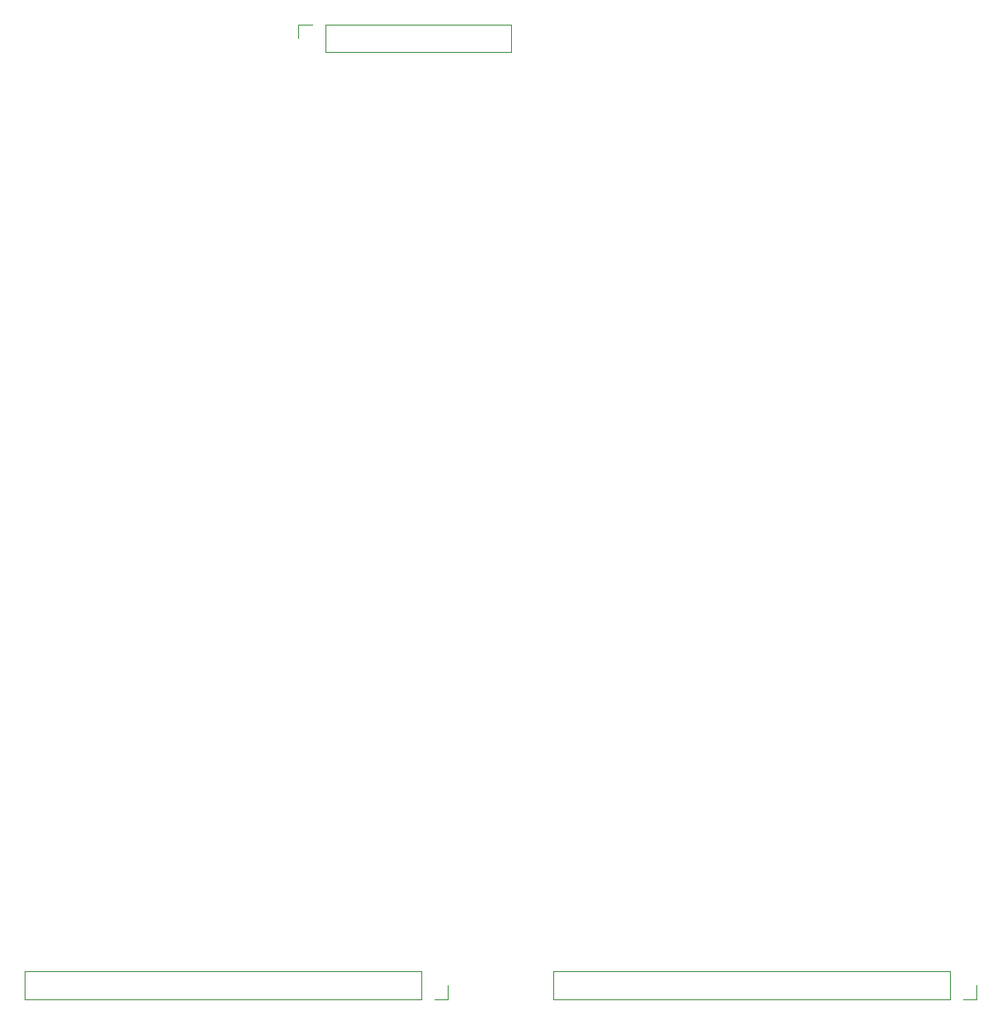
<source format=gbr>
%TF.GenerationSoftware,KiCad,Pcbnew,(6.0.0-0)*%
%TF.CreationDate,2022-02-14T20:56:18-05:00*%
%TF.ProjectId,RAM-MODULE,52414d2d-4d4f-4445-954c-452e6b696361,rev?*%
%TF.SameCoordinates,Original*%
%TF.FileFunction,Legend,Bot*%
%TF.FilePolarity,Positive*%
%FSLAX46Y46*%
G04 Gerber Fmt 4.6, Leading zero omitted, Abs format (unit mm)*
G04 Created by KiCad (PCBNEW (6.0.0-0)) date 2022-02-14 20:56:18*
%MOMM*%
%LPD*%
G01*
G04 APERTURE LIST*
%ADD10C,0.120000*%
G04 APERTURE END LIST*
D10*
%TO.C,J3*%
X168437330Y-137828818D02*
X169767330Y-137828818D01*
X167167330Y-135168818D02*
X129007330Y-135168818D01*
X129007330Y-137828818D02*
X129007330Y-135168818D01*
X169767330Y-137828818D02*
X169767330Y-136498818D01*
X167167330Y-137828818D02*
X167167330Y-135168818D01*
X167167330Y-137828818D02*
X129007330Y-137828818D01*
%TO.C,J2*%
X124937330Y-44118818D02*
X124937330Y-46778818D01*
X107097330Y-44118818D02*
X107097330Y-46778818D01*
X107097330Y-44118818D02*
X124937330Y-44118818D01*
X104497330Y-44118818D02*
X104497330Y-45448818D01*
X107097330Y-46778818D02*
X124937330Y-46778818D01*
X105827330Y-44118818D02*
X104497330Y-44118818D01*
%TO.C,J1*%
X78117330Y-137828818D02*
X78117330Y-135168818D01*
X116277330Y-137828818D02*
X116277330Y-135168818D01*
X117547330Y-137828818D02*
X118877330Y-137828818D01*
X118877330Y-137828818D02*
X118877330Y-136498818D01*
X116277330Y-135168818D02*
X78117330Y-135168818D01*
X116277330Y-137828818D02*
X78117330Y-137828818D01*
%TD*%
M02*

</source>
